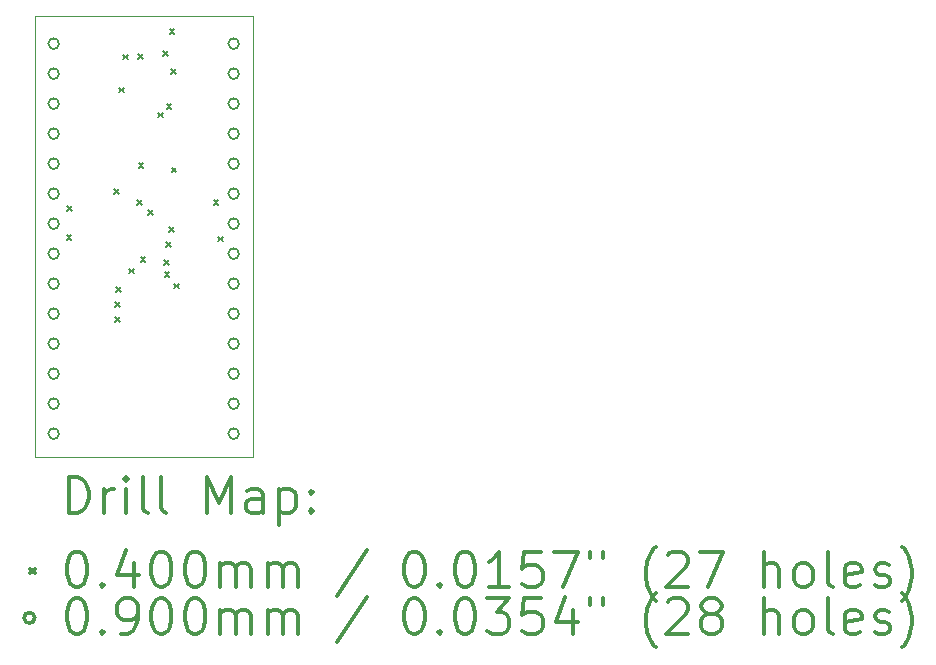
<source format=gbr>
%FSLAX45Y45*%
G04 Gerber Fmt 4.5, Leading zero omitted, Abs format (unit mm)*
G04 Created by KiCad (PCBNEW (5.1.12)-1) date 2023-02-10 19:32:13*
%MOMM*%
%LPD*%
G01*
G04 APERTURE LIST*
%TA.AperFunction,Profile*%
%ADD10C,0.050000*%
%TD*%
%ADD11C,0.200000*%
%ADD12C,0.300000*%
G04 APERTURE END LIST*
D10*
X14342000Y-13253000D02*
X14342000Y-9515000D01*
X16192000Y-13253000D02*
X14342000Y-13253000D01*
X16192000Y-9515000D02*
X16192000Y-13253000D01*
X14342000Y-9515000D02*
X16192000Y-9515000D01*
D11*
X14610000Y-11370000D02*
X14650000Y-11410000D01*
X14650000Y-11370000D02*
X14610000Y-11410000D01*
X14615895Y-11123895D02*
X14655895Y-11163895D01*
X14655895Y-11123895D02*
X14615895Y-11163895D01*
X15010000Y-10980000D02*
X15050000Y-11020000D01*
X15050000Y-10980000D02*
X15010000Y-11020000D01*
X15018000Y-11939000D02*
X15058000Y-11979000D01*
X15058000Y-11939000D02*
X15018000Y-11979000D01*
X15021000Y-12068000D02*
X15061000Y-12108000D01*
X15061000Y-12068000D02*
X15021000Y-12108000D01*
X15028000Y-11811000D02*
X15068000Y-11851000D01*
X15068000Y-11811000D02*
X15028000Y-11851000D01*
X15055000Y-10123000D02*
X15095000Y-10163000D01*
X15095000Y-10123000D02*
X15055000Y-10163000D01*
X15090000Y-9843000D02*
X15130000Y-9883000D01*
X15130000Y-9843000D02*
X15090000Y-9883000D01*
X15138000Y-11655000D02*
X15178000Y-11695000D01*
X15178000Y-11655000D02*
X15138000Y-11695000D01*
X15207402Y-11077403D02*
X15247402Y-11117403D01*
X15247402Y-11077403D02*
X15207402Y-11117403D01*
X15216000Y-9839000D02*
X15256000Y-9879000D01*
X15256000Y-9839000D02*
X15216000Y-9879000D01*
X15220000Y-10760000D02*
X15260000Y-10800000D01*
X15260000Y-10760000D02*
X15220000Y-10800000D01*
X15236000Y-11558000D02*
X15276000Y-11598000D01*
X15276000Y-11558000D02*
X15236000Y-11598000D01*
X15300000Y-11157500D02*
X15340000Y-11197500D01*
X15340000Y-11157500D02*
X15300000Y-11197500D01*
X15383000Y-10333000D02*
X15423000Y-10373000D01*
X15423000Y-10333000D02*
X15383000Y-10373000D01*
X15428000Y-9815000D02*
X15468000Y-9855000D01*
X15468000Y-9815000D02*
X15428000Y-9855000D01*
X15435501Y-11582000D02*
X15475501Y-11622000D01*
X15475501Y-11582000D02*
X15435501Y-11622000D01*
X15440000Y-11687000D02*
X15480000Y-11727000D01*
X15480000Y-11687000D02*
X15440000Y-11727000D01*
X15453000Y-11431000D02*
X15493000Y-11471000D01*
X15493000Y-11431000D02*
X15453000Y-11471000D01*
X15457000Y-10264000D02*
X15497000Y-10304000D01*
X15497000Y-10264000D02*
X15457000Y-10304000D01*
X15480000Y-11302500D02*
X15520000Y-11342500D01*
X15520000Y-11302500D02*
X15480000Y-11342500D01*
X15483000Y-9626000D02*
X15523000Y-9666000D01*
X15523000Y-9626000D02*
X15483000Y-9666000D01*
X15495000Y-9965000D02*
X15535000Y-10005000D01*
X15535000Y-9965000D02*
X15495000Y-10005000D01*
X15499000Y-10800000D02*
X15539000Y-10840000D01*
X15539000Y-10800000D02*
X15499000Y-10840000D01*
X15521000Y-11781000D02*
X15561000Y-11821000D01*
X15561000Y-11781000D02*
X15521000Y-11821000D01*
X15855000Y-11073000D02*
X15895000Y-11113000D01*
X15895000Y-11073000D02*
X15855000Y-11113000D01*
X15894000Y-11383000D02*
X15934000Y-11423000D01*
X15934000Y-11383000D02*
X15894000Y-11423000D01*
X14545000Y-9750000D02*
G75*
G03*
X14545000Y-9750000I-45000J0D01*
G01*
X14545000Y-10004000D02*
G75*
G03*
X14545000Y-10004000I-45000J0D01*
G01*
X14545000Y-10258000D02*
G75*
G03*
X14545000Y-10258000I-45000J0D01*
G01*
X14545000Y-10512000D02*
G75*
G03*
X14545000Y-10512000I-45000J0D01*
G01*
X14545000Y-10766000D02*
G75*
G03*
X14545000Y-10766000I-45000J0D01*
G01*
X14545000Y-11020000D02*
G75*
G03*
X14545000Y-11020000I-45000J0D01*
G01*
X14545000Y-11274000D02*
G75*
G03*
X14545000Y-11274000I-45000J0D01*
G01*
X14545000Y-11528000D02*
G75*
G03*
X14545000Y-11528000I-45000J0D01*
G01*
X14545000Y-11782000D02*
G75*
G03*
X14545000Y-11782000I-45000J0D01*
G01*
X14545000Y-12036000D02*
G75*
G03*
X14545000Y-12036000I-45000J0D01*
G01*
X14545000Y-12290000D02*
G75*
G03*
X14545000Y-12290000I-45000J0D01*
G01*
X14545000Y-12544000D02*
G75*
G03*
X14545000Y-12544000I-45000J0D01*
G01*
X14545000Y-12798000D02*
G75*
G03*
X14545000Y-12798000I-45000J0D01*
G01*
X14545000Y-13052000D02*
G75*
G03*
X14545000Y-13052000I-45000J0D01*
G01*
X16069000Y-9750000D02*
G75*
G03*
X16069000Y-9750000I-45000J0D01*
G01*
X16069000Y-10004000D02*
G75*
G03*
X16069000Y-10004000I-45000J0D01*
G01*
X16069000Y-10258000D02*
G75*
G03*
X16069000Y-10258000I-45000J0D01*
G01*
X16069000Y-10512000D02*
G75*
G03*
X16069000Y-10512000I-45000J0D01*
G01*
X16069000Y-10766000D02*
G75*
G03*
X16069000Y-10766000I-45000J0D01*
G01*
X16069000Y-11020000D02*
G75*
G03*
X16069000Y-11020000I-45000J0D01*
G01*
X16069000Y-11274000D02*
G75*
G03*
X16069000Y-11274000I-45000J0D01*
G01*
X16069000Y-11528000D02*
G75*
G03*
X16069000Y-11528000I-45000J0D01*
G01*
X16069000Y-11782000D02*
G75*
G03*
X16069000Y-11782000I-45000J0D01*
G01*
X16069000Y-12036000D02*
G75*
G03*
X16069000Y-12036000I-45000J0D01*
G01*
X16069000Y-12290000D02*
G75*
G03*
X16069000Y-12290000I-45000J0D01*
G01*
X16069000Y-12544000D02*
G75*
G03*
X16069000Y-12544000I-45000J0D01*
G01*
X16069000Y-12798000D02*
G75*
G03*
X16069000Y-12798000I-45000J0D01*
G01*
X16069000Y-13052000D02*
G75*
G03*
X16069000Y-13052000I-45000J0D01*
G01*
D12*
X14625928Y-13721214D02*
X14625928Y-13421214D01*
X14697357Y-13421214D01*
X14740214Y-13435500D01*
X14768786Y-13464071D01*
X14783071Y-13492643D01*
X14797357Y-13549786D01*
X14797357Y-13592643D01*
X14783071Y-13649786D01*
X14768786Y-13678357D01*
X14740214Y-13706929D01*
X14697357Y-13721214D01*
X14625928Y-13721214D01*
X14925928Y-13721214D02*
X14925928Y-13521214D01*
X14925928Y-13578357D02*
X14940214Y-13549786D01*
X14954500Y-13535500D01*
X14983071Y-13521214D01*
X15011643Y-13521214D01*
X15111643Y-13721214D02*
X15111643Y-13521214D01*
X15111643Y-13421214D02*
X15097357Y-13435500D01*
X15111643Y-13449786D01*
X15125928Y-13435500D01*
X15111643Y-13421214D01*
X15111643Y-13449786D01*
X15297357Y-13721214D02*
X15268786Y-13706929D01*
X15254500Y-13678357D01*
X15254500Y-13421214D01*
X15454500Y-13721214D02*
X15425928Y-13706929D01*
X15411643Y-13678357D01*
X15411643Y-13421214D01*
X15797357Y-13721214D02*
X15797357Y-13421214D01*
X15897357Y-13635500D01*
X15997357Y-13421214D01*
X15997357Y-13721214D01*
X16268786Y-13721214D02*
X16268786Y-13564071D01*
X16254500Y-13535500D01*
X16225928Y-13521214D01*
X16168786Y-13521214D01*
X16140214Y-13535500D01*
X16268786Y-13706929D02*
X16240214Y-13721214D01*
X16168786Y-13721214D01*
X16140214Y-13706929D01*
X16125928Y-13678357D01*
X16125928Y-13649786D01*
X16140214Y-13621214D01*
X16168786Y-13606929D01*
X16240214Y-13606929D01*
X16268786Y-13592643D01*
X16411643Y-13521214D02*
X16411643Y-13821214D01*
X16411643Y-13535500D02*
X16440214Y-13521214D01*
X16497357Y-13521214D01*
X16525928Y-13535500D01*
X16540214Y-13549786D01*
X16554500Y-13578357D01*
X16554500Y-13664071D01*
X16540214Y-13692643D01*
X16525928Y-13706929D01*
X16497357Y-13721214D01*
X16440214Y-13721214D01*
X16411643Y-13706929D01*
X16683071Y-13692643D02*
X16697357Y-13706929D01*
X16683071Y-13721214D01*
X16668786Y-13706929D01*
X16683071Y-13692643D01*
X16683071Y-13721214D01*
X16683071Y-13535500D02*
X16697357Y-13549786D01*
X16683071Y-13564071D01*
X16668786Y-13549786D01*
X16683071Y-13535500D01*
X16683071Y-13564071D01*
X14299500Y-14195500D02*
X14339500Y-14235500D01*
X14339500Y-14195500D02*
X14299500Y-14235500D01*
X14683071Y-14051214D02*
X14711643Y-14051214D01*
X14740214Y-14065500D01*
X14754500Y-14079786D01*
X14768786Y-14108357D01*
X14783071Y-14165500D01*
X14783071Y-14236929D01*
X14768786Y-14294071D01*
X14754500Y-14322643D01*
X14740214Y-14336929D01*
X14711643Y-14351214D01*
X14683071Y-14351214D01*
X14654500Y-14336929D01*
X14640214Y-14322643D01*
X14625928Y-14294071D01*
X14611643Y-14236929D01*
X14611643Y-14165500D01*
X14625928Y-14108357D01*
X14640214Y-14079786D01*
X14654500Y-14065500D01*
X14683071Y-14051214D01*
X14911643Y-14322643D02*
X14925928Y-14336929D01*
X14911643Y-14351214D01*
X14897357Y-14336929D01*
X14911643Y-14322643D01*
X14911643Y-14351214D01*
X15183071Y-14151214D02*
X15183071Y-14351214D01*
X15111643Y-14036929D02*
X15040214Y-14251214D01*
X15225928Y-14251214D01*
X15397357Y-14051214D02*
X15425928Y-14051214D01*
X15454500Y-14065500D01*
X15468786Y-14079786D01*
X15483071Y-14108357D01*
X15497357Y-14165500D01*
X15497357Y-14236929D01*
X15483071Y-14294071D01*
X15468786Y-14322643D01*
X15454500Y-14336929D01*
X15425928Y-14351214D01*
X15397357Y-14351214D01*
X15368786Y-14336929D01*
X15354500Y-14322643D01*
X15340214Y-14294071D01*
X15325928Y-14236929D01*
X15325928Y-14165500D01*
X15340214Y-14108357D01*
X15354500Y-14079786D01*
X15368786Y-14065500D01*
X15397357Y-14051214D01*
X15683071Y-14051214D02*
X15711643Y-14051214D01*
X15740214Y-14065500D01*
X15754500Y-14079786D01*
X15768786Y-14108357D01*
X15783071Y-14165500D01*
X15783071Y-14236929D01*
X15768786Y-14294071D01*
X15754500Y-14322643D01*
X15740214Y-14336929D01*
X15711643Y-14351214D01*
X15683071Y-14351214D01*
X15654500Y-14336929D01*
X15640214Y-14322643D01*
X15625928Y-14294071D01*
X15611643Y-14236929D01*
X15611643Y-14165500D01*
X15625928Y-14108357D01*
X15640214Y-14079786D01*
X15654500Y-14065500D01*
X15683071Y-14051214D01*
X15911643Y-14351214D02*
X15911643Y-14151214D01*
X15911643Y-14179786D02*
X15925928Y-14165500D01*
X15954500Y-14151214D01*
X15997357Y-14151214D01*
X16025928Y-14165500D01*
X16040214Y-14194071D01*
X16040214Y-14351214D01*
X16040214Y-14194071D02*
X16054500Y-14165500D01*
X16083071Y-14151214D01*
X16125928Y-14151214D01*
X16154500Y-14165500D01*
X16168786Y-14194071D01*
X16168786Y-14351214D01*
X16311643Y-14351214D02*
X16311643Y-14151214D01*
X16311643Y-14179786D02*
X16325928Y-14165500D01*
X16354500Y-14151214D01*
X16397357Y-14151214D01*
X16425928Y-14165500D01*
X16440214Y-14194071D01*
X16440214Y-14351214D01*
X16440214Y-14194071D02*
X16454500Y-14165500D01*
X16483071Y-14151214D01*
X16525928Y-14151214D01*
X16554500Y-14165500D01*
X16568786Y-14194071D01*
X16568786Y-14351214D01*
X17154500Y-14036929D02*
X16897357Y-14422643D01*
X17540214Y-14051214D02*
X17568786Y-14051214D01*
X17597357Y-14065500D01*
X17611643Y-14079786D01*
X17625928Y-14108357D01*
X17640214Y-14165500D01*
X17640214Y-14236929D01*
X17625928Y-14294071D01*
X17611643Y-14322643D01*
X17597357Y-14336929D01*
X17568786Y-14351214D01*
X17540214Y-14351214D01*
X17511643Y-14336929D01*
X17497357Y-14322643D01*
X17483071Y-14294071D01*
X17468786Y-14236929D01*
X17468786Y-14165500D01*
X17483071Y-14108357D01*
X17497357Y-14079786D01*
X17511643Y-14065500D01*
X17540214Y-14051214D01*
X17768786Y-14322643D02*
X17783071Y-14336929D01*
X17768786Y-14351214D01*
X17754500Y-14336929D01*
X17768786Y-14322643D01*
X17768786Y-14351214D01*
X17968786Y-14051214D02*
X17997357Y-14051214D01*
X18025928Y-14065500D01*
X18040214Y-14079786D01*
X18054500Y-14108357D01*
X18068786Y-14165500D01*
X18068786Y-14236929D01*
X18054500Y-14294071D01*
X18040214Y-14322643D01*
X18025928Y-14336929D01*
X17997357Y-14351214D01*
X17968786Y-14351214D01*
X17940214Y-14336929D01*
X17925928Y-14322643D01*
X17911643Y-14294071D01*
X17897357Y-14236929D01*
X17897357Y-14165500D01*
X17911643Y-14108357D01*
X17925928Y-14079786D01*
X17940214Y-14065500D01*
X17968786Y-14051214D01*
X18354500Y-14351214D02*
X18183071Y-14351214D01*
X18268786Y-14351214D02*
X18268786Y-14051214D01*
X18240214Y-14094071D01*
X18211643Y-14122643D01*
X18183071Y-14136929D01*
X18625928Y-14051214D02*
X18483071Y-14051214D01*
X18468786Y-14194071D01*
X18483071Y-14179786D01*
X18511643Y-14165500D01*
X18583071Y-14165500D01*
X18611643Y-14179786D01*
X18625928Y-14194071D01*
X18640214Y-14222643D01*
X18640214Y-14294071D01*
X18625928Y-14322643D01*
X18611643Y-14336929D01*
X18583071Y-14351214D01*
X18511643Y-14351214D01*
X18483071Y-14336929D01*
X18468786Y-14322643D01*
X18740214Y-14051214D02*
X18940214Y-14051214D01*
X18811643Y-14351214D01*
X19040214Y-14051214D02*
X19040214Y-14108357D01*
X19154500Y-14051214D02*
X19154500Y-14108357D01*
X19597357Y-14465500D02*
X19583071Y-14451214D01*
X19554500Y-14408357D01*
X19540214Y-14379786D01*
X19525928Y-14336929D01*
X19511643Y-14265500D01*
X19511643Y-14208357D01*
X19525928Y-14136929D01*
X19540214Y-14094071D01*
X19554500Y-14065500D01*
X19583071Y-14022643D01*
X19597357Y-14008357D01*
X19697357Y-14079786D02*
X19711643Y-14065500D01*
X19740214Y-14051214D01*
X19811643Y-14051214D01*
X19840214Y-14065500D01*
X19854500Y-14079786D01*
X19868786Y-14108357D01*
X19868786Y-14136929D01*
X19854500Y-14179786D01*
X19683071Y-14351214D01*
X19868786Y-14351214D01*
X19968786Y-14051214D02*
X20168786Y-14051214D01*
X20040214Y-14351214D01*
X20511643Y-14351214D02*
X20511643Y-14051214D01*
X20640214Y-14351214D02*
X20640214Y-14194071D01*
X20625928Y-14165500D01*
X20597357Y-14151214D01*
X20554500Y-14151214D01*
X20525928Y-14165500D01*
X20511643Y-14179786D01*
X20825928Y-14351214D02*
X20797357Y-14336929D01*
X20783071Y-14322643D01*
X20768786Y-14294071D01*
X20768786Y-14208357D01*
X20783071Y-14179786D01*
X20797357Y-14165500D01*
X20825928Y-14151214D01*
X20868786Y-14151214D01*
X20897357Y-14165500D01*
X20911643Y-14179786D01*
X20925928Y-14208357D01*
X20925928Y-14294071D01*
X20911643Y-14322643D01*
X20897357Y-14336929D01*
X20868786Y-14351214D01*
X20825928Y-14351214D01*
X21097357Y-14351214D02*
X21068786Y-14336929D01*
X21054500Y-14308357D01*
X21054500Y-14051214D01*
X21325928Y-14336929D02*
X21297357Y-14351214D01*
X21240214Y-14351214D01*
X21211643Y-14336929D01*
X21197357Y-14308357D01*
X21197357Y-14194071D01*
X21211643Y-14165500D01*
X21240214Y-14151214D01*
X21297357Y-14151214D01*
X21325928Y-14165500D01*
X21340214Y-14194071D01*
X21340214Y-14222643D01*
X21197357Y-14251214D01*
X21454500Y-14336929D02*
X21483071Y-14351214D01*
X21540214Y-14351214D01*
X21568786Y-14336929D01*
X21583071Y-14308357D01*
X21583071Y-14294071D01*
X21568786Y-14265500D01*
X21540214Y-14251214D01*
X21497357Y-14251214D01*
X21468786Y-14236929D01*
X21454500Y-14208357D01*
X21454500Y-14194071D01*
X21468786Y-14165500D01*
X21497357Y-14151214D01*
X21540214Y-14151214D01*
X21568786Y-14165500D01*
X21683071Y-14465500D02*
X21697357Y-14451214D01*
X21725928Y-14408357D01*
X21740214Y-14379786D01*
X21754500Y-14336929D01*
X21768786Y-14265500D01*
X21768786Y-14208357D01*
X21754500Y-14136929D01*
X21740214Y-14094071D01*
X21725928Y-14065500D01*
X21697357Y-14022643D01*
X21683071Y-14008357D01*
X14339500Y-14611500D02*
G75*
G03*
X14339500Y-14611500I-45000J0D01*
G01*
X14683071Y-14447214D02*
X14711643Y-14447214D01*
X14740214Y-14461500D01*
X14754500Y-14475786D01*
X14768786Y-14504357D01*
X14783071Y-14561500D01*
X14783071Y-14632929D01*
X14768786Y-14690071D01*
X14754500Y-14718643D01*
X14740214Y-14732929D01*
X14711643Y-14747214D01*
X14683071Y-14747214D01*
X14654500Y-14732929D01*
X14640214Y-14718643D01*
X14625928Y-14690071D01*
X14611643Y-14632929D01*
X14611643Y-14561500D01*
X14625928Y-14504357D01*
X14640214Y-14475786D01*
X14654500Y-14461500D01*
X14683071Y-14447214D01*
X14911643Y-14718643D02*
X14925928Y-14732929D01*
X14911643Y-14747214D01*
X14897357Y-14732929D01*
X14911643Y-14718643D01*
X14911643Y-14747214D01*
X15068786Y-14747214D02*
X15125928Y-14747214D01*
X15154500Y-14732929D01*
X15168786Y-14718643D01*
X15197357Y-14675786D01*
X15211643Y-14618643D01*
X15211643Y-14504357D01*
X15197357Y-14475786D01*
X15183071Y-14461500D01*
X15154500Y-14447214D01*
X15097357Y-14447214D01*
X15068786Y-14461500D01*
X15054500Y-14475786D01*
X15040214Y-14504357D01*
X15040214Y-14575786D01*
X15054500Y-14604357D01*
X15068786Y-14618643D01*
X15097357Y-14632929D01*
X15154500Y-14632929D01*
X15183071Y-14618643D01*
X15197357Y-14604357D01*
X15211643Y-14575786D01*
X15397357Y-14447214D02*
X15425928Y-14447214D01*
X15454500Y-14461500D01*
X15468786Y-14475786D01*
X15483071Y-14504357D01*
X15497357Y-14561500D01*
X15497357Y-14632929D01*
X15483071Y-14690071D01*
X15468786Y-14718643D01*
X15454500Y-14732929D01*
X15425928Y-14747214D01*
X15397357Y-14747214D01*
X15368786Y-14732929D01*
X15354500Y-14718643D01*
X15340214Y-14690071D01*
X15325928Y-14632929D01*
X15325928Y-14561500D01*
X15340214Y-14504357D01*
X15354500Y-14475786D01*
X15368786Y-14461500D01*
X15397357Y-14447214D01*
X15683071Y-14447214D02*
X15711643Y-14447214D01*
X15740214Y-14461500D01*
X15754500Y-14475786D01*
X15768786Y-14504357D01*
X15783071Y-14561500D01*
X15783071Y-14632929D01*
X15768786Y-14690071D01*
X15754500Y-14718643D01*
X15740214Y-14732929D01*
X15711643Y-14747214D01*
X15683071Y-14747214D01*
X15654500Y-14732929D01*
X15640214Y-14718643D01*
X15625928Y-14690071D01*
X15611643Y-14632929D01*
X15611643Y-14561500D01*
X15625928Y-14504357D01*
X15640214Y-14475786D01*
X15654500Y-14461500D01*
X15683071Y-14447214D01*
X15911643Y-14747214D02*
X15911643Y-14547214D01*
X15911643Y-14575786D02*
X15925928Y-14561500D01*
X15954500Y-14547214D01*
X15997357Y-14547214D01*
X16025928Y-14561500D01*
X16040214Y-14590071D01*
X16040214Y-14747214D01*
X16040214Y-14590071D02*
X16054500Y-14561500D01*
X16083071Y-14547214D01*
X16125928Y-14547214D01*
X16154500Y-14561500D01*
X16168786Y-14590071D01*
X16168786Y-14747214D01*
X16311643Y-14747214D02*
X16311643Y-14547214D01*
X16311643Y-14575786D02*
X16325928Y-14561500D01*
X16354500Y-14547214D01*
X16397357Y-14547214D01*
X16425928Y-14561500D01*
X16440214Y-14590071D01*
X16440214Y-14747214D01*
X16440214Y-14590071D02*
X16454500Y-14561500D01*
X16483071Y-14547214D01*
X16525928Y-14547214D01*
X16554500Y-14561500D01*
X16568786Y-14590071D01*
X16568786Y-14747214D01*
X17154500Y-14432929D02*
X16897357Y-14818643D01*
X17540214Y-14447214D02*
X17568786Y-14447214D01*
X17597357Y-14461500D01*
X17611643Y-14475786D01*
X17625928Y-14504357D01*
X17640214Y-14561500D01*
X17640214Y-14632929D01*
X17625928Y-14690071D01*
X17611643Y-14718643D01*
X17597357Y-14732929D01*
X17568786Y-14747214D01*
X17540214Y-14747214D01*
X17511643Y-14732929D01*
X17497357Y-14718643D01*
X17483071Y-14690071D01*
X17468786Y-14632929D01*
X17468786Y-14561500D01*
X17483071Y-14504357D01*
X17497357Y-14475786D01*
X17511643Y-14461500D01*
X17540214Y-14447214D01*
X17768786Y-14718643D02*
X17783071Y-14732929D01*
X17768786Y-14747214D01*
X17754500Y-14732929D01*
X17768786Y-14718643D01*
X17768786Y-14747214D01*
X17968786Y-14447214D02*
X17997357Y-14447214D01*
X18025928Y-14461500D01*
X18040214Y-14475786D01*
X18054500Y-14504357D01*
X18068786Y-14561500D01*
X18068786Y-14632929D01*
X18054500Y-14690071D01*
X18040214Y-14718643D01*
X18025928Y-14732929D01*
X17997357Y-14747214D01*
X17968786Y-14747214D01*
X17940214Y-14732929D01*
X17925928Y-14718643D01*
X17911643Y-14690071D01*
X17897357Y-14632929D01*
X17897357Y-14561500D01*
X17911643Y-14504357D01*
X17925928Y-14475786D01*
X17940214Y-14461500D01*
X17968786Y-14447214D01*
X18168786Y-14447214D02*
X18354500Y-14447214D01*
X18254500Y-14561500D01*
X18297357Y-14561500D01*
X18325928Y-14575786D01*
X18340214Y-14590071D01*
X18354500Y-14618643D01*
X18354500Y-14690071D01*
X18340214Y-14718643D01*
X18325928Y-14732929D01*
X18297357Y-14747214D01*
X18211643Y-14747214D01*
X18183071Y-14732929D01*
X18168786Y-14718643D01*
X18625928Y-14447214D02*
X18483071Y-14447214D01*
X18468786Y-14590071D01*
X18483071Y-14575786D01*
X18511643Y-14561500D01*
X18583071Y-14561500D01*
X18611643Y-14575786D01*
X18625928Y-14590071D01*
X18640214Y-14618643D01*
X18640214Y-14690071D01*
X18625928Y-14718643D01*
X18611643Y-14732929D01*
X18583071Y-14747214D01*
X18511643Y-14747214D01*
X18483071Y-14732929D01*
X18468786Y-14718643D01*
X18897357Y-14547214D02*
X18897357Y-14747214D01*
X18825928Y-14432929D02*
X18754500Y-14647214D01*
X18940214Y-14647214D01*
X19040214Y-14447214D02*
X19040214Y-14504357D01*
X19154500Y-14447214D02*
X19154500Y-14504357D01*
X19597357Y-14861500D02*
X19583071Y-14847214D01*
X19554500Y-14804357D01*
X19540214Y-14775786D01*
X19525928Y-14732929D01*
X19511643Y-14661500D01*
X19511643Y-14604357D01*
X19525928Y-14532929D01*
X19540214Y-14490071D01*
X19554500Y-14461500D01*
X19583071Y-14418643D01*
X19597357Y-14404357D01*
X19697357Y-14475786D02*
X19711643Y-14461500D01*
X19740214Y-14447214D01*
X19811643Y-14447214D01*
X19840214Y-14461500D01*
X19854500Y-14475786D01*
X19868786Y-14504357D01*
X19868786Y-14532929D01*
X19854500Y-14575786D01*
X19683071Y-14747214D01*
X19868786Y-14747214D01*
X20040214Y-14575786D02*
X20011643Y-14561500D01*
X19997357Y-14547214D01*
X19983071Y-14518643D01*
X19983071Y-14504357D01*
X19997357Y-14475786D01*
X20011643Y-14461500D01*
X20040214Y-14447214D01*
X20097357Y-14447214D01*
X20125928Y-14461500D01*
X20140214Y-14475786D01*
X20154500Y-14504357D01*
X20154500Y-14518643D01*
X20140214Y-14547214D01*
X20125928Y-14561500D01*
X20097357Y-14575786D01*
X20040214Y-14575786D01*
X20011643Y-14590071D01*
X19997357Y-14604357D01*
X19983071Y-14632929D01*
X19983071Y-14690071D01*
X19997357Y-14718643D01*
X20011643Y-14732929D01*
X20040214Y-14747214D01*
X20097357Y-14747214D01*
X20125928Y-14732929D01*
X20140214Y-14718643D01*
X20154500Y-14690071D01*
X20154500Y-14632929D01*
X20140214Y-14604357D01*
X20125928Y-14590071D01*
X20097357Y-14575786D01*
X20511643Y-14747214D02*
X20511643Y-14447214D01*
X20640214Y-14747214D02*
X20640214Y-14590071D01*
X20625928Y-14561500D01*
X20597357Y-14547214D01*
X20554500Y-14547214D01*
X20525928Y-14561500D01*
X20511643Y-14575786D01*
X20825928Y-14747214D02*
X20797357Y-14732929D01*
X20783071Y-14718643D01*
X20768786Y-14690071D01*
X20768786Y-14604357D01*
X20783071Y-14575786D01*
X20797357Y-14561500D01*
X20825928Y-14547214D01*
X20868786Y-14547214D01*
X20897357Y-14561500D01*
X20911643Y-14575786D01*
X20925928Y-14604357D01*
X20925928Y-14690071D01*
X20911643Y-14718643D01*
X20897357Y-14732929D01*
X20868786Y-14747214D01*
X20825928Y-14747214D01*
X21097357Y-14747214D02*
X21068786Y-14732929D01*
X21054500Y-14704357D01*
X21054500Y-14447214D01*
X21325928Y-14732929D02*
X21297357Y-14747214D01*
X21240214Y-14747214D01*
X21211643Y-14732929D01*
X21197357Y-14704357D01*
X21197357Y-14590071D01*
X21211643Y-14561500D01*
X21240214Y-14547214D01*
X21297357Y-14547214D01*
X21325928Y-14561500D01*
X21340214Y-14590071D01*
X21340214Y-14618643D01*
X21197357Y-14647214D01*
X21454500Y-14732929D02*
X21483071Y-14747214D01*
X21540214Y-14747214D01*
X21568786Y-14732929D01*
X21583071Y-14704357D01*
X21583071Y-14690071D01*
X21568786Y-14661500D01*
X21540214Y-14647214D01*
X21497357Y-14647214D01*
X21468786Y-14632929D01*
X21454500Y-14604357D01*
X21454500Y-14590071D01*
X21468786Y-14561500D01*
X21497357Y-14547214D01*
X21540214Y-14547214D01*
X21568786Y-14561500D01*
X21683071Y-14861500D02*
X21697357Y-14847214D01*
X21725928Y-14804357D01*
X21740214Y-14775786D01*
X21754500Y-14732929D01*
X21768786Y-14661500D01*
X21768786Y-14604357D01*
X21754500Y-14532929D01*
X21740214Y-14490071D01*
X21725928Y-14461500D01*
X21697357Y-14418643D01*
X21683071Y-14404357D01*
M02*

</source>
